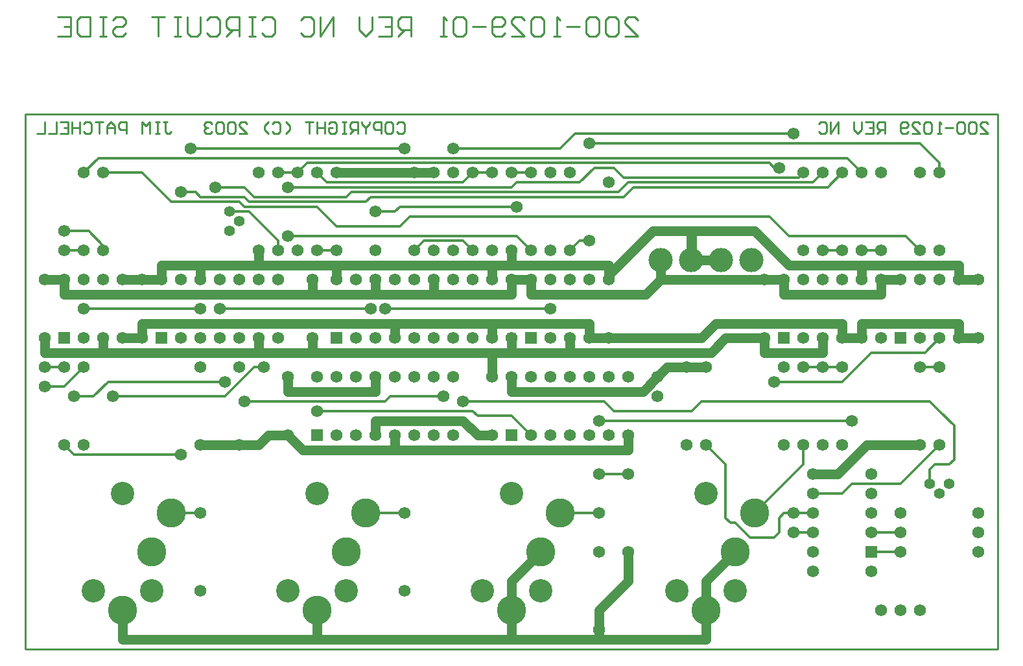
<source format=gbl>
*%FSLAX23Y23*%
*%MOIN*%
G01*
%ADD11C,0.007*%
%ADD12C,0.008*%
%ADD13C,0.010*%
%ADD14C,0.012*%
%ADD15C,0.032*%
%ADD16C,0.036*%
%ADD17C,0.050*%
%ADD18C,0.052*%
%ADD19C,0.055*%
%ADD20C,0.056*%
%ADD21C,0.060*%
%ADD22C,0.061*%
%ADD23C,0.062*%
%ADD24C,0.066*%
%ADD25C,0.068*%
%ADD26C,0.070*%
%ADD27C,0.080*%
%ADD28C,0.090*%
%ADD29C,0.095*%
%ADD30C,0.115*%
%ADD31C,0.120*%
%ADD32C,0.125*%
%ADD33C,0.126*%
%ADD34C,0.131*%
%ADD35C,0.150*%
%ADD36C,0.156*%
%ADD37R,0.062X0.062*%
%ADD38R,0.068X0.068*%
D13*
X8404Y9136D02*
X8424D01*
X8414D01*
Y9086D01*
X8424Y9076D01*
X8434D01*
X8444Y9086D01*
X8384Y9136D02*
X8364D01*
X8374D01*
Y9076D01*
X8384D01*
X8364D01*
X8334D02*
Y9136D01*
X8314Y9116D01*
X8294Y9136D01*
Y9076D01*
X8214D02*
Y9136D01*
X8184D01*
X8174Y9126D01*
Y9106D01*
X8184Y9096D01*
X8214D01*
X8154Y9076D02*
Y9116D01*
X8134Y9136D01*
X8114Y9116D01*
Y9076D01*
Y9106D01*
X8154D01*
X8094Y9136D02*
X8054D01*
X8074D01*
Y9076D01*
X8004Y9136D02*
X7994Y9126D01*
X8004Y9136D02*
X8024D01*
X8034Y9126D01*
Y9086D01*
X8024Y9076D01*
X8004D01*
X7994Y9086D01*
X7974Y9076D02*
Y9136D01*
Y9106D02*
Y9076D01*
Y9106D02*
X7934D01*
Y9136D01*
Y9076D01*
X7914Y9136D02*
X7874D01*
X7914D02*
Y9076D01*
X7874D01*
X7894Y9106D02*
X7914D01*
X7854Y9136D02*
Y9076D01*
X7814D01*
X7794D02*
Y9136D01*
Y9076D02*
X7754D01*
X9604Y9126D02*
X9614Y9136D01*
X9634D01*
X9644Y9126D01*
Y9086D01*
X9634Y9076D01*
X9614D01*
X9604Y9086D01*
X9574Y9136D02*
X9554D01*
X9574D02*
X9584Y9126D01*
Y9086D01*
X9574Y9076D01*
X9554D01*
X9544Y9086D01*
Y9126D01*
X9554Y9136D01*
X9524D02*
Y9076D01*
Y9136D02*
X9494D01*
X9484Y9126D01*
Y9106D01*
X9494Y9096D01*
X9524D01*
X9464Y9126D02*
Y9136D01*
Y9126D02*
X9444Y9106D01*
X9424Y9126D01*
Y9136D01*
X9444Y9106D02*
Y9076D01*
X9404D02*
Y9136D01*
X9374D01*
X9364Y9126D01*
Y9106D01*
X9374Y9096D01*
X9404D01*
X9384D02*
X9364Y9076D01*
X9344Y9136D02*
X9324D01*
X9334D01*
Y9076D01*
X9344D01*
X9324D01*
X9264Y9136D02*
X9254Y9126D01*
X9264Y9136D02*
X9284D01*
X9294Y9126D01*
Y9086D01*
X9284Y9076D01*
X9264D01*
X9254Y9086D01*
Y9106D01*
X9274D01*
X9234Y9136D02*
Y9076D01*
Y9106D01*
X9194D01*
Y9136D01*
Y9076D01*
X9174Y9136D02*
X9134D01*
X9154D01*
Y9076D01*
X9054Y9096D02*
X9034Y9076D01*
X9054Y9096D02*
Y9116D01*
X9034Y9136D01*
X8974D02*
X8964Y9126D01*
X8974Y9136D02*
X8994D01*
X9004Y9126D01*
Y9086D01*
X8994Y9076D01*
X8974D01*
X8964Y9086D01*
X8944Y9076D02*
X8924Y9096D01*
Y9116D01*
X8944Y9136D01*
X8834Y9076D02*
X8794D01*
X8834D02*
X8794Y9116D01*
Y9126D01*
X8804Y9136D01*
X8824D01*
X8834Y9126D01*
X8774D02*
X8764Y9136D01*
X8744D01*
X8734Y9126D01*
Y9086D01*
X8744Y9076D01*
X8764D01*
X8774Y9086D01*
Y9126D01*
X8714D02*
X8704Y9136D01*
X8684D01*
X8674Y9126D01*
Y9086D01*
X8684Y9076D01*
X8704D01*
X8714Y9086D01*
Y9126D01*
X8654D02*
X8644Y9136D01*
X8624D01*
X8614Y9126D01*
Y9116D01*
X8615D01*
X8614D02*
X8615D01*
X8614D02*
X8615D01*
X8614D02*
X8624Y9106D01*
X8634D01*
X8624D01*
X8614Y9096D01*
Y9086D01*
X8624Y9076D01*
X8644D01*
X8654Y9086D01*
X12604Y9076D02*
X12644D01*
X12604Y9116D01*
Y9126D01*
X12614Y9136D01*
X12634D01*
X12644Y9126D01*
X12584D02*
X12574Y9136D01*
X12554D01*
X12544Y9126D01*
Y9086D01*
X12554Y9076D01*
X12574D01*
X12584Y9086D01*
Y9126D01*
X12524D02*
X12514Y9136D01*
X12494D01*
X12484Y9126D01*
Y9086D01*
X12494Y9076D01*
X12514D01*
X12524Y9086D01*
Y9126D01*
X12464Y9106D02*
X12424D01*
X12404Y9076D02*
X12384D01*
X12394D01*
Y9136D01*
X12395D01*
X12394D02*
X12404Y9126D01*
X12354D02*
X12344Y9136D01*
X12324D01*
X12314Y9126D01*
Y9086D01*
X12324Y9076D01*
X12344D01*
X12354Y9086D01*
Y9126D01*
X12294Y9076D02*
X12254D01*
X12294D02*
X12254Y9116D01*
Y9126D01*
X12264Y9136D01*
X12284D01*
X12294Y9126D01*
X12234Y9086D02*
X12224Y9076D01*
X12204D01*
X12194Y9086D01*
Y9126D01*
X12204Y9136D01*
X12224D01*
X12234Y9126D01*
Y9116D01*
X12224Y9106D01*
X12194D01*
X12114Y9076D02*
Y9136D01*
X12084D01*
X12074Y9126D01*
Y9106D01*
X12084Y9096D01*
X12114D01*
X12094D02*
X12074Y9076D01*
X12054Y9136D02*
X12014D01*
X12054D02*
Y9076D01*
X12014D01*
X12034Y9106D02*
X12054D01*
X11994Y9096D02*
Y9136D01*
Y9096D02*
X11974Y9076D01*
X11954Y9096D01*
Y9136D01*
X11874D02*
Y9076D01*
X11834D02*
X11874Y9136D01*
X11834D02*
Y9076D01*
X11774Y9126D02*
X11784Y9136D01*
X11804D01*
X11814Y9126D01*
Y9086D01*
X11804Y9076D01*
X11784D01*
X11774Y9086D01*
X10844Y9576D02*
X10777D01*
X10844D02*
X10777Y9643D01*
Y9659D01*
X10794Y9676D01*
X10827D01*
X10844Y9659D01*
X10744D02*
X10727Y9676D01*
X10694D01*
X10677Y9659D01*
Y9593D01*
X10694Y9576D01*
X10727D01*
X10744Y9593D01*
Y9659D01*
X10644D02*
X10627Y9676D01*
X10594D01*
X10577Y9659D01*
Y9593D01*
X10594Y9576D01*
X10627D01*
X10644Y9593D01*
Y9659D01*
X10544Y9626D02*
X10477D01*
X10444Y9576D02*
X10411D01*
X10427D01*
Y9676D01*
X10428D01*
X10427D02*
X10444Y9659D01*
X10361D02*
X10344Y9676D01*
X10311D01*
X10294Y9659D01*
Y9593D01*
X10311Y9576D01*
X10344D01*
X10361Y9593D01*
Y9659D01*
X10261Y9576D02*
X10194D01*
X10261D02*
X10194Y9643D01*
Y9659D01*
X10211Y9676D01*
X10244D01*
X10261Y9659D01*
X10161Y9593D02*
X10144Y9576D01*
X10111D01*
X10094Y9593D01*
Y9659D01*
X10111Y9676D01*
X10144D01*
X10161Y9659D01*
Y9643D01*
X10144Y9626D01*
X10094D01*
X10061D02*
X9994D01*
X9961Y9659D02*
X9944Y9676D01*
X9911D01*
X9894Y9659D01*
Y9593D01*
X9911Y9576D01*
X9944D01*
X9961Y9593D01*
Y9659D01*
X9861Y9576D02*
X9828D01*
X9844D01*
Y9676D01*
X9845D01*
X9844D02*
X9861Y9659D01*
X9678Y9676D02*
Y9576D01*
Y9676D02*
X9628D01*
X9611Y9659D01*
Y9626D01*
X9628Y9609D01*
X9678D01*
X9644D02*
X9611Y9576D01*
X9578Y9676D02*
X9511D01*
X9578D02*
Y9576D01*
X9511D01*
X9544Y9626D02*
X9578D01*
X9478Y9609D02*
Y9676D01*
Y9609D02*
X9444Y9576D01*
X9411Y9609D01*
Y9676D01*
X9278D02*
Y9576D01*
X9211D02*
X9278Y9676D01*
X9211D02*
Y9576D01*
X9111Y9659D02*
X9128Y9676D01*
X9161D01*
X9178Y9659D01*
Y9593D01*
X9161Y9576D01*
X9128D01*
X9111Y9593D01*
X8928Y9676D02*
X8911Y9659D01*
X8928Y9676D02*
X8961D01*
X8978Y9659D01*
Y9593D01*
X8961Y9576D01*
X8928D01*
X8911Y9593D01*
X8878Y9676D02*
X8845D01*
X8861D01*
Y9576D01*
X8878D01*
X8845D01*
X8795D02*
Y9676D01*
X8745D01*
X8728Y9659D01*
Y9626D01*
X8745Y9609D01*
X8795D01*
X8761D02*
X8728Y9576D01*
X8628Y9659D02*
X8645Y9676D01*
X8678D01*
X8695Y9659D01*
Y9593D01*
X8678Y9576D01*
X8645D01*
X8628Y9593D01*
X8595D02*
Y9676D01*
Y9593D02*
X8578Y9576D01*
X8545D01*
X8528Y9593D01*
Y9676D01*
X8495D02*
X8461D01*
X8478D01*
Y9576D01*
X8495D01*
X8461D01*
X8411Y9676D02*
X8345D01*
X8378D01*
Y9576D01*
X8162Y9676D02*
X8145Y9659D01*
X8162Y9676D02*
X8195D01*
X8212Y9659D01*
Y9643D01*
X8195Y9626D01*
X8162D01*
X8145Y9609D01*
Y9593D01*
X8162Y9576D01*
X8195D01*
X8212Y9593D01*
X8112Y9676D02*
X8078D01*
X8095D01*
Y9576D01*
X8112D01*
X8078D01*
X8028D02*
Y9676D01*
Y9576D02*
X7978D01*
X7962Y9593D01*
Y9659D01*
X7978Y9676D01*
X8028D01*
X7928D02*
X7862D01*
X7928D02*
Y9576D01*
X7862D01*
X7895Y9626D02*
X7928D01*
X7694Y9176D02*
Y6426D01*
X12694D02*
Y9176D01*
Y6426D02*
X7694D01*
Y9176D02*
X12694D01*
D14*
X8869Y7876D02*
X8719Y7726D01*
X12194Y7276D02*
X12394Y7476D01*
X12044Y7951D02*
X11894Y7801D01*
X11694Y7376D02*
X11444Y7126D01*
X8444Y8726D02*
X8294Y8876D01*
X8844Y8676D02*
X8994Y8526D01*
X8119Y7801D02*
X8044Y7726D01*
X7994Y8876D02*
X8069Y8951D01*
X7994Y7876D02*
X7894Y7776D01*
Y7476D02*
X7944Y7426D01*
X8094Y8501D02*
X8019Y8576D01*
X12044Y6926D02*
X12194D01*
X8094Y8476D02*
Y8501D01*
X10444Y7126D02*
X10644D01*
X11594D02*
X11644D01*
X11744D01*
X11544Y7001D02*
X11419D01*
X11344Y7076D02*
X11319D01*
X11644Y7026D02*
X11744D01*
X12044D02*
X12194D01*
X9644Y7126D02*
X9444D01*
X8594D02*
X8444D01*
X10644Y7326D02*
X10794D01*
X12369Y7376D02*
X12444D01*
X11894Y7226D02*
X11744D01*
X11944Y7276D02*
X12194D01*
X8594Y8751D02*
X8569Y8776D01*
X8494Y7426D02*
X7944D01*
X8869Y8751D02*
X8819Y8801D01*
Y8751D02*
X8844Y8726D01*
X8819Y8701D02*
X8794Y8726D01*
X8719Y7726D02*
X8144D01*
X8044D02*
X7944D01*
X8819Y7701D02*
X9544D01*
X9569Y7726D02*
X9844D01*
X9994Y7651D02*
X9194D01*
X10019Y7626D02*
X10194D01*
X9944Y7701D02*
X10669D01*
X10719Y7651D02*
X11119D01*
X11169Y7701D02*
X12344D01*
X11944Y7601D02*
X10644D01*
X8994Y8476D02*
Y8526D01*
X8919Y7876D02*
X8869D01*
X8719Y7801D02*
X8119D01*
X12044Y7951D02*
X12319D01*
X11894Y7801D02*
X11544D01*
X12294Y7876D02*
X12394D01*
X7894Y7776D02*
X7794D01*
Y7876D02*
X7894D01*
X11694D02*
X11794D01*
X11894D01*
X9144Y8926D02*
X9094Y8876D01*
X9194Y8701D02*
X9294Y8601D01*
X9244Y8826D02*
X9194Y8876D01*
X9344Y8751D02*
X9369Y8776D01*
X8594Y8176D02*
X7994D01*
X8694D02*
X9469D01*
X9544D02*
X10394D01*
X9469Y8751D02*
X9444Y8726D01*
X9569Y7726D02*
X9544Y7701D01*
X9594Y8676D02*
X9619Y8701D01*
X9669Y8651D02*
X9619Y8601D01*
X9294Y8476D02*
X9194D01*
X9044Y8551D02*
X10219D01*
X11619D02*
X12219D01*
X12094Y8476D02*
X11994D01*
X11894D02*
X11794D01*
X10594Y8526D02*
X10544D01*
X7994Y8476D02*
X7894D01*
X9744Y8526D02*
X9944D01*
X9744D02*
X9694Y8476D01*
X9344Y8751D02*
X8869D01*
X9469D02*
X10769D01*
X9444Y8726D02*
X8844D01*
X8819Y8701D02*
X9194D01*
X8819Y8751D02*
X8794D01*
X8594D01*
X8444Y8726D02*
X8794D01*
X9494Y8676D02*
X9594D01*
X9619Y8701D02*
X10219D01*
X9619Y8601D02*
X9294D01*
X9669Y8651D02*
X11519D01*
X8844Y8676D02*
X8744D01*
X8019Y8576D02*
X7894D01*
X9994Y7651D02*
X10019Y7626D01*
X9994Y8476D02*
X9944Y8526D01*
Y8826D02*
X9994Y8876D01*
X9369Y8776D02*
X10744D01*
X8819Y8801D02*
X8669D01*
X8569Y8776D02*
X8494D01*
X10819Y8801D02*
X11819D01*
X11744Y8826D02*
X10794D01*
X10719Y8901D02*
X10619D01*
X10769Y8851D02*
X11669D01*
X8294Y8876D02*
X8094D01*
X8994D02*
X9094D01*
X11544Y8901D02*
X11569D01*
X11519Y8926D02*
X9144D01*
X10194Y8876D02*
X10294D01*
X10194Y8801D02*
X9044D01*
X10219Y8826D02*
X10544D01*
X9944D02*
X9244D01*
X9994Y8876D02*
X10094D01*
X10194Y7626D02*
X10294Y7526D01*
X10194Y8801D02*
X10219Y8826D01*
X10519Y9076D02*
X11644D01*
X10444Y9001D02*
X9894D01*
X10594Y9026D02*
X12294D01*
X11919Y8951D02*
X8069D01*
X8544Y9001D02*
X9644D01*
X10219Y8551D02*
X10294Y8476D01*
X10444Y9001D02*
X10519Y9076D01*
X10619Y8901D02*
X10544Y8826D01*
Y8526D02*
X10494Y8476D01*
X10769Y8751D02*
X10819Y8801D01*
X10794Y8826D02*
X10744Y8776D01*
X10669Y7701D02*
X10719Y7651D01*
X10769Y8851D02*
X10719Y8901D01*
X11169Y7701D02*
X11119Y7651D01*
X11194Y7476D02*
X11269Y7401D01*
X11294Y7376D02*
Y7101D01*
X11344Y7076D02*
X11419Y7001D01*
X11319Y7076D02*
X11294Y7101D01*
Y7376D02*
X11269Y7401D01*
X11569Y7101D02*
Y7026D01*
Y7101D02*
X11594Y7126D01*
X11569Y7026D02*
X11544Y7001D01*
X11619Y8551D02*
X11519Y8651D01*
X11544Y8901D02*
X11519Y8926D01*
X11694Y7476D02*
Y7376D01*
X11744Y8826D02*
X11794Y8876D01*
X11694D02*
X11669Y8851D01*
X11819Y8801D02*
X11894Y8876D01*
X11919Y8951D02*
X11994Y8876D01*
X11944Y7276D02*
X11894Y7226D01*
X12344Y7276D02*
Y7351D01*
X12369Y7376D01*
X12319Y7951D02*
X12394Y8026D01*
X12344Y7701D02*
X12394Y7651D01*
X12294Y8476D02*
X12219Y8551D01*
X12394Y8926D02*
X12294Y9026D01*
X12469Y7576D02*
Y7401D01*
X12394Y8876D02*
Y8926D01*
X12469Y7401D02*
X12444Y7376D01*
X12469Y7576D02*
X12394Y7651D01*
D17*
X12019Y7476D02*
X11869Y7326D01*
X10694Y8351D02*
X10919Y8576D01*
X10960Y8326D02*
X10885Y8251D01*
X11169Y8026D02*
X11244Y8101D01*
X10794Y6776D02*
X10644Y6626D01*
X11194Y6776D02*
X11344Y6926D01*
X10344D02*
X10194Y6776D01*
X8944Y7526D02*
X8894Y7476D01*
X10944Y7826D02*
X10994Y7876D01*
X10944Y7826D02*
X10869Y7751D01*
X11219Y7951D02*
X11294Y8026D01*
X11619Y8401D02*
X11444Y8576D01*
X9119Y7451D02*
X9044Y7526D01*
X9944Y7601D02*
X10019Y7526D01*
X10194Y6476D02*
X10644D01*
X11194D01*
X10194D02*
X9194D01*
X8194D01*
X7794Y7951D02*
Y8026D01*
X7894Y8251D02*
Y8326D01*
X8194Y6626D02*
Y6476D01*
X8094Y7951D02*
Y8026D01*
X8294D02*
Y8101D01*
X8394Y8326D02*
Y8401D01*
X11744Y7326D02*
X11869D01*
X8594Y8326D02*
Y8401D01*
Y7476D02*
X8794D01*
X12019D02*
X12294D01*
X10794Y7451D02*
X9594D01*
X9044Y7526D02*
X8944D01*
X9119Y7451D02*
X9594D01*
X8894Y7476D02*
X8794D01*
X10019Y7526D02*
X10094D01*
X10194Y7751D02*
X10869D01*
X9944Y7601D02*
X9494D01*
Y7751D02*
X9044D01*
X8894Y7951D02*
Y8026D01*
Y8401D02*
Y8476D01*
X11494Y7951D02*
X11794D01*
X10094D02*
X9169D01*
X8894D01*
X11094Y7876D02*
X11194D01*
X11094D02*
X10994D01*
X11219Y7951D02*
X10194D01*
X10094D01*
X8894D02*
X8094D01*
X7794D01*
X9169Y8251D02*
Y8326D01*
Y8026D02*
Y7951D01*
X9194Y6626D02*
Y6476D01*
X9044Y7751D02*
Y7826D01*
X11294Y8026D02*
X11494D01*
X11894D02*
X11994D01*
X11169D02*
X10694D01*
X10594D01*
X11244Y8101D02*
X11894D01*
X12494Y8026D02*
X12594D01*
X12494Y8101D02*
X11994D01*
X10594D02*
X10094D01*
X9594D01*
X8294Y8026D02*
X8194D01*
X8294Y8101D02*
X9594D01*
X9294Y8326D02*
Y8401D01*
X9169Y8251D02*
X9494D01*
X9169D02*
X7894D01*
X12494Y8326D02*
X12594D01*
X10294D02*
X10194D01*
X10294Y8251D02*
X10885D01*
X10960Y8326D02*
X11494D01*
X11594D01*
X12094D02*
X12194D01*
X12094Y8251D02*
X11594D01*
X8394Y8326D02*
X8294D01*
X8194D01*
X9794Y8251D02*
X10194D01*
X9794D02*
X9494D01*
X7894Y8326D02*
X7794D01*
X9594Y7526D02*
Y7451D01*
X9494Y7526D02*
Y7601D01*
Y7751D02*
Y7826D01*
X9594Y8026D02*
Y8101D01*
X9494Y8251D02*
Y8326D01*
X10094Y8401D02*
X10194D01*
X11116Y8426D02*
X11119D01*
X11116D02*
X11269D01*
X11619Y8401D02*
X11994D01*
X12494D01*
X11272Y8426D02*
X11269D01*
X10094Y8401D02*
X9294D01*
X8894D01*
X8594D01*
X8394D01*
X10194D02*
X10694D01*
X9794Y8326D02*
Y8251D01*
X10919Y8576D02*
X11116D01*
X11119D02*
X11444D01*
X9794Y8876D02*
X9294D01*
X10194Y8476D02*
Y8401D01*
X10094D02*
Y8326D01*
X10194Y6626D02*
Y6476D01*
Y6626D02*
Y6776D01*
Y7751D02*
Y7826D01*
Y7951D02*
Y8026D01*
X10094Y7951D02*
Y7826D01*
Y8026D02*
Y8101D01*
X10194Y8251D02*
Y8326D01*
X10294D02*
Y8251D01*
X10494Y8026D02*
Y7951D01*
X10594Y8026D02*
Y8101D01*
X10694Y8326D02*
Y8401D01*
Y8351D02*
Y8326D01*
X10794Y6926D02*
Y6776D01*
X10644Y6626D02*
Y6526D01*
Y6476D01*
X10794Y7451D02*
Y7526D01*
X10960Y8326D02*
Y8426D01*
X11116D02*
Y8576D01*
X11119D02*
Y8426D01*
X11194Y6776D02*
Y6626D01*
Y6476D01*
X11494Y7951D02*
Y8026D01*
X11594Y8251D02*
Y8326D01*
X11794Y8026D02*
Y7951D01*
X11894Y8026D02*
Y8101D01*
X11994Y8326D02*
Y8401D01*
X12094Y8326D02*
Y8251D01*
X11994Y8101D02*
Y8026D01*
X12494Y8326D02*
Y8401D01*
Y8101D02*
Y8026D01*
D19*
X12394Y7226D02*
D03*
X12444Y7276D02*
D03*
X12344D02*
D03*
X8744Y8576D02*
D03*
X8794Y8626D02*
D03*
X8744Y8676D02*
D03*
D23*
X11944Y7601D02*
D03*
X11644Y9076D02*
D03*
X11569Y8901D02*
D03*
X11544Y7801D02*
D03*
X10644Y7601D02*
D03*
X10219Y8701D02*
D03*
X10394Y8176D02*
D03*
X9894Y9001D02*
D03*
X9844Y7726D02*
D03*
X9944Y7701D02*
D03*
X9644Y9001D02*
D03*
X9469Y8176D02*
D03*
X9544D02*
D03*
X9044Y8801D02*
D03*
Y8551D02*
D03*
X9194Y7651D02*
D03*
X8919Y7876D02*
D03*
X8669Y8801D02*
D03*
X8719Y7801D02*
D03*
X8694Y8176D02*
D03*
X8819Y7701D02*
D03*
X8544Y9001D02*
D03*
X8494Y8776D02*
D03*
X8594Y8176D02*
D03*
X8494Y7426D02*
D03*
X8144Y7726D02*
D03*
X7944D02*
D03*
X7994Y8176D02*
D03*
X11894Y8876D02*
D03*
Y8476D02*
D03*
X12294Y8876D02*
D03*
Y8476D02*
D03*
X12394Y8876D02*
D03*
Y8476D02*
D03*
X11994Y8876D02*
D03*
Y8476D02*
D03*
X12094Y8876D02*
D03*
Y8476D02*
D03*
X11894Y7476D02*
D03*
Y7876D02*
D03*
X12294Y8026D02*
D03*
X12194Y8326D02*
D03*
X12294D02*
D03*
X12394D02*
D03*
X12494D02*
D03*
Y8026D02*
D03*
X12394D02*
D03*
X12594D02*
D03*
Y8326D02*
D03*
X12094D02*
D03*
Y8026D02*
D03*
X11994D02*
D03*
Y8326D02*
D03*
X11694Y8026D02*
D03*
X11594Y8326D02*
D03*
X11694D02*
D03*
X11794D02*
D03*
X11894D02*
D03*
Y8026D02*
D03*
X11794D02*
D03*
X11494Y8326D02*
D03*
Y8026D02*
D03*
X11794Y8476D02*
D03*
Y8876D02*
D03*
X11694Y8476D02*
D03*
Y8876D02*
D03*
X11594Y7476D02*
D03*
Y7876D02*
D03*
X11694Y7476D02*
D03*
Y7876D02*
D03*
X11794Y7476D02*
D03*
Y7876D02*
D03*
X12294D02*
D03*
Y7476D02*
D03*
X12394Y7876D02*
D03*
Y7476D02*
D03*
X11644Y7026D02*
D03*
Y7126D02*
D03*
X12194Y7026D02*
D03*
X12594D02*
D03*
X12194Y7126D02*
D03*
X12594D02*
D03*
X12044Y7326D02*
D03*
X11744D02*
D03*
X12194Y6626D02*
D03*
X12094D02*
D03*
X12294D02*
D03*
X12044Y7026D02*
D03*
X11744Y6926D02*
D03*
Y7026D02*
D03*
Y7126D02*
D03*
Y7226D02*
D03*
X12044D02*
D03*
Y7126D02*
D03*
X12194Y6926D02*
D03*
X12594D02*
D03*
X11744Y6826D02*
D03*
X12044D02*
D03*
X9994Y8476D02*
D03*
Y8876D02*
D03*
X9894D02*
D03*
Y8476D02*
D03*
X10694Y8826D02*
D03*
X10594Y8526D02*
D03*
Y9026D02*
D03*
X10294Y8876D02*
D03*
Y8476D02*
D03*
X10494Y8876D02*
D03*
Y8476D02*
D03*
X10394Y8876D02*
D03*
Y8476D02*
D03*
X10094D02*
D03*
Y8876D02*
D03*
X10644Y7126D02*
D03*
Y7326D02*
D03*
X10794D02*
D03*
Y6926D02*
D03*
X10694Y8026D02*
D03*
Y8326D02*
D03*
X10394Y8026D02*
D03*
X10294Y8326D02*
D03*
X10394D02*
D03*
X10494D02*
D03*
X10594D02*
D03*
Y8026D02*
D03*
X10494D02*
D03*
X10194Y8326D02*
D03*
Y8026D02*
D03*
X10094D02*
D03*
Y8326D02*
D03*
X11094Y7476D02*
D03*
Y7876D02*
D03*
X11194Y7476D02*
D03*
Y7876D02*
D03*
X10944Y7726D02*
D03*
Y7826D02*
D03*
X10294Y7526D02*
D03*
X10194Y7826D02*
D03*
X10294D02*
D03*
X10394D02*
D03*
X10494D02*
D03*
X10594D02*
D03*
X10694D02*
D03*
X10794D02*
D03*
Y7526D02*
D03*
X10694D02*
D03*
X10594D02*
D03*
X10494D02*
D03*
X10394D02*
D03*
X10094Y7826D02*
D03*
Y7526D02*
D03*
X10194Y8476D02*
D03*
Y8876D02*
D03*
X10644Y6926D02*
D03*
Y6526D02*
D03*
X9694Y8476D02*
D03*
Y8876D02*
D03*
X9194D02*
D03*
Y8476D02*
D03*
X8994Y8876D02*
D03*
Y8476D02*
D03*
X9294D02*
D03*
Y8876D02*
D03*
X9494Y8476D02*
D03*
Y8676D02*
D03*
Y7526D02*
D03*
X9394D02*
D03*
X9194Y7826D02*
D03*
X9294D02*
D03*
X9394D02*
D03*
X9494D02*
D03*
X9594D02*
D03*
X9694D02*
D03*
X9794D02*
D03*
X9894D02*
D03*
Y7526D02*
D03*
X9794D02*
D03*
X9694D02*
D03*
X9594D02*
D03*
X9294D02*
D03*
X8294Y8026D02*
D03*
Y8326D02*
D03*
X8494Y8026D02*
D03*
X8394Y8326D02*
D03*
X8494D02*
D03*
X8594D02*
D03*
X8694D02*
D03*
X8794D02*
D03*
X8894D02*
D03*
X8994D02*
D03*
Y8026D02*
D03*
X8894D02*
D03*
X8794D02*
D03*
X8694D02*
D03*
X8594D02*
D03*
X9794Y8476D02*
D03*
Y8876D02*
D03*
X8594Y7876D02*
D03*
Y7476D02*
D03*
X8794Y7876D02*
D03*
Y7476D02*
D03*
X9594Y8026D02*
D03*
X9494D02*
D03*
X9294Y8326D02*
D03*
X9394D02*
D03*
X9494D02*
D03*
X9594D02*
D03*
X9694D02*
D03*
X9794D02*
D03*
X9894D02*
D03*
X9994D02*
D03*
Y8026D02*
D03*
X9894D02*
D03*
X9794D02*
D03*
X9694D02*
D03*
X9394D02*
D03*
X9094Y8476D02*
D03*
Y8876D02*
D03*
X8894Y8476D02*
D03*
Y8876D02*
D03*
X9169Y8326D02*
D03*
Y8026D02*
D03*
X9044Y7526D02*
D03*
Y7826D02*
D03*
X8594Y7126D02*
D03*
Y6726D02*
D03*
X9644D02*
D03*
Y7126D02*
D03*
X8094Y8876D02*
D03*
Y8476D02*
D03*
X7994Y8876D02*
D03*
Y8476D02*
D03*
X7894Y8576D02*
D03*
Y8476D02*
D03*
X7794Y8326D02*
D03*
Y8026D02*
D03*
X7994D02*
D03*
X7894Y8326D02*
D03*
X7994D02*
D03*
X8094D02*
D03*
X8194D02*
D03*
Y8026D02*
D03*
X8094D02*
D03*
X7994Y7476D02*
D03*
Y7876D02*
D03*
X7894Y7476D02*
D03*
Y7876D02*
D03*
X7794Y7776D02*
D03*
Y7876D02*
D03*
D31*
X11194Y7226D02*
D03*
X11344Y6726D02*
D03*
X11044D02*
D03*
X10194Y7226D02*
D03*
X10344Y6726D02*
D03*
X10044D02*
D03*
X9194Y7226D02*
D03*
X9344Y6726D02*
D03*
X9044D02*
D03*
X8194Y7226D02*
D03*
X8344Y6726D02*
D03*
X8044D02*
D03*
D32*
X11272Y8426D02*
D03*
X10960D02*
D03*
X11428D02*
D03*
X11116D02*
D03*
D35*
X11194Y6626D02*
D03*
X11344Y6926D02*
D03*
X11444Y7126D02*
D03*
X10194Y6626D02*
D03*
X10344Y6926D02*
D03*
X10444Y7126D02*
D03*
X9194Y6626D02*
D03*
X9344Y6926D02*
D03*
X9444Y7126D02*
D03*
X8194Y6626D02*
D03*
X8344Y6926D02*
D03*
X8444Y7126D02*
D03*
D37*
X12194Y8026D02*
D03*
X11594D02*
D03*
X12044Y6926D02*
D03*
X10294Y8026D02*
D03*
X10194Y7526D02*
D03*
X9194D02*
D03*
X8394Y8026D02*
D03*
X9294D02*
D03*
X7894D02*
D03*
M02*

</source>
